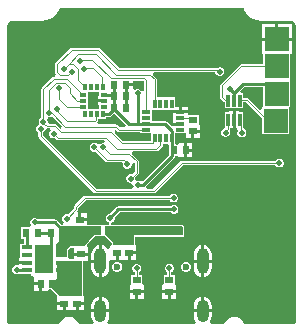
<source format=gbl>
G04*
G04 #@! TF.GenerationSoftware,Altium Limited,Altium Designer,22.10.1 (41)*
G04*
G04 Layer_Physical_Order=4*
G04 Layer_Color=16711680*
%FSLAX44Y44*%
%MOMM*%
G71*
G04*
G04 #@! TF.SameCoordinates,4435170C-8FAF-4430-8920-974BABAA59A2*
G04*
G04*
G04 #@! TF.FilePolarity,Positive*
G04*
G01*
G75*
%ADD12C,0.2500*%
%ADD19R,0.3000X0.9900*%
%ADD21R,0.7000X0.6000*%
%ADD22R,0.6000X0.7000*%
%ADD53R,2.0000X2.0000*%
%ADD61C,0.1250*%
%ADD62C,0.1100*%
%ADD66C,0.6000*%
%ADD67O,1.0000X2.2000*%
%ADD68O,1.0000X1.9000*%
%ADD69C,0.5000*%
%ADD73R,0.3000X0.8000*%
%ADD74R,0.8000X0.3000*%
%ADD75R,1.6500X2.4500*%
%ADD76R,0.8500X0.3500*%
%ADD77R,0.6000X0.3000*%
%ADD78R,0.3000X0.6000*%
G36*
X928343Y844136D02*
X929759Y841487D01*
X931664Y839164D01*
X933987Y837259D01*
X936636Y835843D01*
X939510Y834971D01*
X942500Y834676D01*
Y834696D01*
X967500D01*
X967544Y834705D01*
X969304Y834355D01*
X970833Y833333D01*
X971855Y831804D01*
X972205Y830044D01*
X972196Y830000D01*
Y580000D01*
X972165D01*
X972000Y579172D01*
X971531Y578469D01*
X970828Y578000D01*
X970000Y577835D01*
Y577804D01*
X928310D01*
X927643Y579413D01*
X926241Y581241D01*
X924413Y582643D01*
X922284Y583525D01*
X920000Y583825D01*
X920000Y583825D01*
X917716Y583525D01*
X915587Y582643D01*
X913759Y581241D01*
X912357Y579413D01*
X911691Y577804D01*
X900039D01*
X899150Y579804D01*
X899836Y580698D01*
X900596Y582532D01*
X900855Y584500D01*
Y587730D01*
X893250D01*
X885645D01*
Y584500D01*
X885904Y582532D01*
X886664Y580698D01*
X887349Y579804D01*
X886461Y577804D01*
X813539D01*
X812651Y579804D01*
X813336Y580698D01*
X814096Y582532D01*
X814355Y584500D01*
Y587730D01*
X806750D01*
X799145D01*
Y584500D01*
X799404Y582532D01*
X800164Y580698D01*
X800850Y579804D01*
X799961Y577804D01*
X788309D01*
X787643Y579413D01*
X786241Y581241D01*
X784413Y582643D01*
X782284Y583525D01*
X780000Y583825D01*
X777716Y583525D01*
X775587Y582643D01*
X773759Y581241D01*
X772357Y579413D01*
X771690Y577804D01*
X730000Y577804D01*
Y577835D01*
X729172Y578000D01*
X728469Y578469D01*
X728000Y579172D01*
X727835Y580000D01*
X727804D01*
Y830000D01*
X727795Y830044D01*
X728145Y831804D01*
X729167Y833333D01*
X730696Y834355D01*
X732456Y834705D01*
X732500Y834696D01*
X757500D01*
Y834676D01*
X760490Y834971D01*
X763364Y835843D01*
X766013Y837259D01*
X768336Y839164D01*
X770241Y841487D01*
X771657Y844136D01*
X772071Y845500D01*
X927929D01*
X928343Y844136D01*
D02*
G37*
%LPC*%
G36*
X968540Y831540D02*
X957270D01*
Y820270D01*
X968540D01*
Y831540D01*
D02*
G37*
G36*
X954730D02*
X943460D01*
Y820270D01*
X954730D01*
Y831540D01*
D02*
G37*
G36*
X805000Y811912D02*
X782313D01*
X781581Y811766D01*
X780961Y811352D01*
X768556Y798947D01*
X768142Y798327D01*
X767996Y797595D01*
Y791092D01*
X768142Y790361D01*
X768556Y789741D01*
X768922Y789375D01*
X768093Y787375D01*
X767207D01*
X766475Y787229D01*
X765855Y786815D01*
X756867Y777827D01*
X756453Y777206D01*
X756307Y776475D01*
Y752281D01*
X756095Y752193D01*
X755040Y751138D01*
X754469Y749760D01*
Y748268D01*
X755040Y746889D01*
X755006Y746721D01*
X754001Y746304D01*
X752946Y745249D01*
X752375Y743871D01*
Y742379D01*
X752946Y741001D01*
X754001Y739946D01*
X754213Y739858D01*
Y736875D01*
X754359Y736143D01*
X754773Y735523D01*
X801195Y689101D01*
X801815Y688687D01*
X802547Y688541D01*
X852008D01*
X852739Y688687D01*
X853360Y689101D01*
X876523Y712265D01*
X954724D01*
X954812Y712052D01*
X955867Y710997D01*
X957245Y710426D01*
X958737D01*
X960116Y710997D01*
X961171Y712052D01*
X961741Y713430D01*
Y714922D01*
X961171Y716301D01*
X960116Y717355D01*
X958737Y717926D01*
X957245D01*
X955867Y717355D01*
X954812Y716301D01*
X954724Y716088D01*
X875731D01*
X874999Y715943D01*
X874379Y715528D01*
X851216Y692365D01*
X846369D01*
X845540Y694365D01*
X869186Y718011D01*
X869739Y718838D01*
X869933Y719813D01*
X870370Y720250D01*
X871994D01*
X873460Y718960D01*
X874716Y718960D01*
X877730D01*
Y725000D01*
Y731040D01*
X873460D01*
X872071Y729817D01*
X870250Y730376D01*
Y739750D01*
X878960D01*
Y735460D01*
X883730D01*
Y741000D01*
X885000D01*
Y742270D01*
X891040D01*
Y746540D01*
X889750Y746750D01*
Y755250D01*
X881040D01*
Y756230D01*
X874500D01*
X867960D01*
Y753460D01*
X867960D01*
Y751540D01*
X867960D01*
Y746832D01*
X866112Y746067D01*
X862877Y749302D01*
X862050Y749855D01*
X861074Y750049D01*
X850750D01*
Y759250D01*
X867960D01*
Y758770D01*
X873230D01*
Y761540D01*
X870250D01*
Y769750D01*
X854412D01*
Y785000D01*
X854266Y785732D01*
X853852Y786352D01*
X851115Y789088D01*
X851944Y791088D01*
X904109D01*
Y790770D01*
X904680Y789392D01*
X905735Y788337D01*
X907113Y787766D01*
X908605D01*
X909984Y788337D01*
X911038Y789392D01*
X911609Y790770D01*
Y792262D01*
X911038Y793641D01*
X909984Y794695D01*
X908605Y795266D01*
X907113D01*
X905967Y794791D01*
X905361Y794912D01*
X822792D01*
X806352Y811352D01*
X805732Y811766D01*
X805000Y811912D01*
D02*
G37*
G36*
X881040Y761540D02*
X875770D01*
Y758770D01*
X881040D01*
Y761540D01*
D02*
G37*
G36*
X968540Y817730D02*
X956000D01*
X943460D01*
Y806460D01*
X944750D01*
Y797835D01*
X926072D01*
X925370Y797696D01*
X924775Y797298D01*
X908702Y781225D01*
X908305Y780630D01*
X908165Y779928D01*
Y769927D01*
X908305Y769225D01*
X908702Y768630D01*
X911197Y766135D01*
X911792Y765738D01*
X912250Y765646D01*
Y760850D01*
X927750D01*
Y765591D01*
X929966D01*
X942697Y752861D01*
X943292Y752463D01*
X943750Y752372D01*
Y738750D01*
X966250D01*
Y761250D01*
X967250Y761750D01*
Y784250D01*
X967250D01*
Y784750D01*
X967250D01*
Y806460D01*
X968540D01*
Y817730D01*
D02*
G37*
G36*
X918730Y758440D02*
X915960D01*
Y757150D01*
X912250D01*
Y744750D01*
X911086Y743232D01*
X910568Y743017D01*
X909513Y741963D01*
X908943Y740584D01*
Y739092D01*
X909513Y737714D01*
X910568Y736659D01*
X911947Y736088D01*
X913438D01*
X914817Y736659D01*
X915872Y737714D01*
X916443Y739092D01*
Y740584D01*
X916014Y741619D01*
X916298Y741903D01*
X916696Y742499D01*
X916835Y743201D01*
Y743460D01*
X918730D01*
Y750950D01*
Y758440D01*
D02*
G37*
G36*
X924040D02*
X921270D01*
Y750950D01*
Y743460D01*
X922106D01*
X922625Y742700D01*
X923122Y741460D01*
X922683Y740402D01*
Y738910D01*
X923254Y737532D01*
X924309Y736477D01*
X925687Y735906D01*
X927179D01*
X928558Y736477D01*
X929612Y737532D01*
X930183Y738910D01*
Y740402D01*
X929612Y741780D01*
X928558Y742835D01*
X928369Y742913D01*
X927750Y744750D01*
X927750Y744750D01*
X927750Y744750D01*
Y757150D01*
X924040D01*
Y758440D01*
D02*
G37*
G36*
X891040Y739730D02*
X886270D01*
Y735460D01*
X891040D01*
Y739730D01*
D02*
G37*
G36*
X880270Y731040D02*
Y726270D01*
X884540D01*
Y731040D01*
X880270D01*
D02*
G37*
G36*
X884540Y723730D02*
X880270D01*
Y718960D01*
X884540D01*
Y723730D01*
D02*
G37*
G36*
X869405Y688295D02*
X867913D01*
X866535Y687724D01*
X865480Y686669D01*
X865392Y686457D01*
X793725D01*
X792994Y686311D01*
X792373Y685897D01*
X784870Y678393D01*
X784455Y677773D01*
X784310Y677041D01*
Y676013D01*
X778958Y670662D01*
X778746Y670750D01*
X777254D01*
X775876Y670179D01*
X774821Y669124D01*
X774250Y667746D01*
Y666254D01*
X774821Y664876D01*
X775593Y664104D01*
X775247Y662633D01*
X774972Y662112D01*
X773602Y661951D01*
X769750Y665802D01*
X768923Y666355D01*
X767948Y666549D01*
X753754D01*
X753124Y667179D01*
X751746Y667750D01*
X750254D01*
X748876Y667179D01*
X747821Y666124D01*
X747250Y664746D01*
Y663254D01*
X747821Y661876D01*
X747947Y661750D01*
X747118Y659750D01*
X739750D01*
Y650250D01*
X741951D01*
Y645750D01*
X739000D01*
Y639750D01*
X739000D01*
Y639250D01*
X739000D01*
Y634040D01*
X737710D01*
Y631020D01*
X744500D01*
Y628480D01*
X737710D01*
Y628217D01*
X736606Y627479D01*
X735114D01*
X733736Y626908D01*
X732681Y625853D01*
X732110Y624475D01*
Y622983D01*
X732681Y621605D01*
X733736Y620550D01*
X735114Y619979D01*
X736606D01*
X737038Y620158D01*
X739000Y620250D01*
X739000Y620250D01*
X739000Y620250D01*
X748210D01*
Y618210D01*
X748530D01*
X750460Y618040D01*
X750460Y616210D01*
Y613270D01*
X756000D01*
Y612000D01*
X757270D01*
Y605960D01*
X761540D01*
X763006Y607250D01*
X764837D01*
X769668Y602419D01*
X769960Y600540D01*
X769960Y599284D01*
Y596270D01*
X776000D01*
Y595000D01*
X777270D01*
Y589460D01*
X785730D01*
Y595000D01*
X787000D01*
Y596270D01*
X793040D01*
Y599284D01*
X793040Y600540D01*
X792353Y602255D01*
X792353Y602540D01*
Y631460D01*
X796040D01*
Y635730D01*
X790000D01*
X783960D01*
Y632850D01*
X780835D01*
X780724Y632875D01*
X779353Y634573D01*
Y640440D01*
X781653Y642740D01*
X782043D01*
X783960Y642540D01*
Y638270D01*
X790000D01*
X796040D01*
Y642540D01*
X796040D01*
X795498Y644540D01*
X802104Y652134D01*
X807000D01*
X807280Y652250D01*
X808250Y652250D01*
X810429Y652250D01*
X816187Y646872D01*
X816187Y645032D01*
X814960Y643540D01*
X814960Y641881D01*
X812960Y641293D01*
X812128Y642378D01*
X810553Y643586D01*
X808718Y644346D01*
X808020Y644438D01*
Y631000D01*
Y617562D01*
X808718Y617654D01*
X810553Y618414D01*
X812128Y619622D01*
X813336Y621197D01*
X814096Y623032D01*
X814355Y625000D01*
Y630711D01*
X814960Y632460D01*
X816355Y632460D01*
X819730D01*
Y638000D01*
X822270D01*
Y632460D01*
X829730D01*
Y638000D01*
X831000D01*
Y639270D01*
X837040D01*
Y642284D01*
X837040Y643540D01*
X836353Y645255D01*
X836353Y645540D01*
Y651552D01*
X876424D01*
X876894Y651747D01*
X877367Y651935D01*
X877371Y651945D01*
X877381Y651949D01*
X877576Y652418D01*
X877777Y652886D01*
X877874Y659516D01*
X877872Y659520D01*
X877874Y659525D01*
X877681Y660001D01*
X877492Y660478D01*
X877487Y660480D01*
X877485Y660485D01*
X876593Y661390D01*
X876589Y661392D01*
X876587Y661397D01*
X876112Y661593D01*
X875640Y661793D01*
X875635Y661791D01*
X875630Y661793D01*
X815850D01*
X815746Y663750D01*
X816154Y663919D01*
X817124Y664321D01*
X818179Y665376D01*
X818750Y666754D01*
Y668149D01*
X823052Y672451D01*
X866246D01*
X866876Y671821D01*
X868254Y671250D01*
X869746D01*
X871124Y671821D01*
X872179Y672876D01*
X872750Y674254D01*
Y675746D01*
X872179Y677124D01*
X871124Y678179D01*
X869746Y678750D01*
X868254D01*
X866876Y678179D01*
X866246Y677549D01*
X821997D01*
X821021Y677355D01*
X820194Y676802D01*
X814642Y671250D01*
X814254D01*
X812876Y670679D01*
X811821Y669624D01*
X811250Y668246D01*
Y666754D01*
X811821Y665376D01*
X812876Y664321D01*
X813846Y663919D01*
X814254Y663750D01*
X814150Y661793D01*
X811000D01*
X810897Y661750D01*
X809750Y661750D01*
X808250D01*
X807750Y661750D01*
X807134D01*
X807000Y661805D01*
X795040D01*
Y664730D01*
X789000D01*
Y666000D01*
X787730D01*
Y671846D01*
X787091Y673388D01*
X787573Y673870D01*
X787988Y674490D01*
X788133Y675221D01*
Y676249D01*
X794517Y682633D01*
X865392D01*
X865480Y682421D01*
X866535Y681366D01*
X867913Y680795D01*
X869405D01*
X870783Y681366D01*
X871838Y682421D01*
X872409Y683799D01*
Y685291D01*
X871838Y686669D01*
X870783Y687724D01*
X869405Y688295D01*
D02*
G37*
G36*
X795040Y671540D02*
X790270D01*
Y667270D01*
X795040D01*
Y671540D01*
D02*
G37*
G36*
X837040Y636730D02*
X832270D01*
Y632460D01*
X837040D01*
Y636730D01*
D02*
G37*
G36*
X894520Y644438D02*
Y632270D01*
X900855D01*
Y637000D01*
X900596Y638968D01*
X899836Y640803D01*
X898628Y642378D01*
X897053Y643586D01*
X895218Y644346D01*
X894520Y644438D01*
D02*
G37*
G36*
X891980Y644438D02*
X891282Y644346D01*
X889447Y643586D01*
X887872Y642378D01*
X886664Y640803D01*
X885904Y638968D01*
X885645Y637000D01*
Y632270D01*
X891980D01*
Y644438D01*
D02*
G37*
G36*
X805480D02*
X804782Y644346D01*
X802947Y643586D01*
X801372Y642378D01*
X800164Y640803D01*
X799404Y638968D01*
X799145Y637000D01*
Y632270D01*
X805480D01*
Y644438D01*
D02*
G37*
G36*
X879845Y630250D02*
X878155D01*
X876593Y629603D01*
X875397Y628407D01*
X874750Y626845D01*
Y625155D01*
X875397Y623593D01*
X876593Y622397D01*
X878155Y621750D01*
X879845D01*
X881407Y622397D01*
X882603Y623593D01*
X883250Y625155D01*
Y626845D01*
X882603Y628407D01*
X881407Y629603D01*
X879845Y630250D01*
D02*
G37*
G36*
X821845D02*
X820155D01*
X818593Y629603D01*
X817397Y628407D01*
X816750Y626845D01*
Y625155D01*
X817397Y623593D01*
X818593Y622397D01*
X820155Y621750D01*
X821845D01*
X823407Y622397D01*
X824603Y623593D01*
X825250Y625155D01*
Y626845D01*
X824603Y628407D01*
X823407Y629603D01*
X821845Y630250D01*
D02*
G37*
G36*
X900855Y629730D02*
X894520D01*
Y617562D01*
X895218Y617654D01*
X897053Y618414D01*
X898628Y619622D01*
X899836Y621197D01*
X900596Y623032D01*
X900855Y625000D01*
Y629730D01*
D02*
G37*
G36*
X891980D02*
X885645D01*
Y625000D01*
X885904Y623032D01*
X886664Y621197D01*
X887872Y619622D01*
X889447Y618414D01*
X891282Y617654D01*
X891980Y617562D01*
Y629730D01*
D02*
G37*
G36*
X805480D02*
X799145D01*
Y625000D01*
X799404Y623032D01*
X800164Y621197D01*
X801372Y619622D01*
X802947Y618414D01*
X804782Y617654D01*
X805480Y617562D01*
Y629730D01*
D02*
G37*
G36*
X865739Y628867D02*
X864247D01*
X862869Y628296D01*
X861814Y627241D01*
X861243Y625863D01*
Y624371D01*
X861814Y622993D01*
X862869Y621938D01*
X863158Y621818D01*
Y619250D01*
X860250D01*
Y612006D01*
X858960Y610540D01*
X858960Y609284D01*
Y606270D01*
X865000D01*
X871040D01*
Y610540D01*
X869750Y612006D01*
Y619250D01*
X866828D01*
Y621818D01*
X867117Y621938D01*
X868172Y622993D01*
X868743Y624371D01*
Y625863D01*
X868172Y627241D01*
X867117Y628296D01*
X865739Y628867D01*
D02*
G37*
G36*
X838246Y628750D02*
X836754D01*
X835376Y628179D01*
X834321Y627124D01*
X833750Y625746D01*
Y624254D01*
X834321Y622876D01*
X835376Y621821D01*
X835665Y621701D01*
Y619250D01*
X832750D01*
Y612006D01*
X831460Y610540D01*
X831460Y609284D01*
Y606270D01*
X837500D01*
X843540D01*
Y610540D01*
X842250Y612006D01*
Y619250D01*
X839335D01*
Y621701D01*
X839624Y621821D01*
X840679Y622876D01*
X841250Y624254D01*
Y625746D01*
X840679Y627124D01*
X839624Y628179D01*
X838246Y628750D01*
D02*
G37*
G36*
X754730Y610730D02*
X750460D01*
Y605960D01*
X754730D01*
Y610730D01*
D02*
G37*
G36*
X871040Y603730D02*
X866270D01*
Y599460D01*
X871040D01*
Y603730D01*
D02*
G37*
G36*
X863730D02*
X858960D01*
Y599460D01*
X863730D01*
Y603730D01*
D02*
G37*
G36*
X843540Y603730D02*
X838770D01*
Y599460D01*
X843540D01*
Y603730D01*
D02*
G37*
G36*
X836230D02*
X831460D01*
Y599460D01*
X836230D01*
Y603730D01*
D02*
G37*
G36*
X894520Y600938D02*
Y590270D01*
X900855D01*
Y593500D01*
X900596Y595468D01*
X899836Y597303D01*
X898628Y598878D01*
X897053Y600086D01*
X895218Y600846D01*
X894520Y600938D01*
D02*
G37*
G36*
X808020D02*
Y590270D01*
X814355D01*
Y593500D01*
X814096Y595468D01*
X813336Y597303D01*
X812128Y598878D01*
X810553Y600086D01*
X808718Y600846D01*
X808020Y600938D01*
D02*
G37*
G36*
X891980Y600938D02*
X891282Y600846D01*
X889447Y600086D01*
X887872Y598878D01*
X886664Y597303D01*
X885904Y595468D01*
X885645Y593500D01*
Y590270D01*
X891980D01*
Y600938D01*
D02*
G37*
G36*
X805480D02*
X804782Y600846D01*
X802947Y600086D01*
X801372Y598878D01*
X800164Y597303D01*
X799404Y595468D01*
X799145Y593500D01*
Y590270D01*
X805480D01*
Y600938D01*
D02*
G37*
G36*
X793040Y593730D02*
X788270D01*
Y589460D01*
X793040D01*
Y593730D01*
D02*
G37*
G36*
X774730Y593730D02*
X769960D01*
Y589460D01*
X774730D01*
Y593730D01*
D02*
G37*
%LPD*%
G36*
X843588Y783476D02*
Y775280D01*
X841588Y774883D01*
X841429Y775267D01*
X840374Y776322D01*
X838996Y776893D01*
X837504D01*
X836126Y776322D01*
X836040Y776236D01*
X834040Y777064D01*
Y779230D01*
X828500D01*
Y781770D01*
X834040D01*
Y783963D01*
X843101D01*
X843588Y783476D01*
D02*
G37*
G36*
X805750Y771040D02*
X804460D01*
Y768270D01*
X810000D01*
Y765730D01*
X804460D01*
Y762960D01*
X805750D01*
Y759750D01*
X796250D01*
Y764250D01*
Y769250D01*
Y774250D01*
X805750D01*
Y771040D01*
D02*
G37*
G36*
X828483Y746412D02*
X827655Y744412D01*
X823167D01*
X821227Y746352D01*
X820607Y746766D01*
X819875Y746912D01*
X805047D01*
X804218Y748912D01*
X804352Y749045D01*
X804766Y749665D01*
X804912Y750397D01*
Y751250D01*
X811250D01*
Y752951D01*
X814000D01*
X814975Y753145D01*
X815802Y753698D01*
X817855Y755750D01*
X819145D01*
X828483Y746412D01*
D02*
G37*
G36*
X774021Y745335D02*
X773476Y743051D01*
X773464Y743047D01*
X772998Y743143D01*
X769461Y746680D01*
X768841Y747094D01*
X768109Y747240D01*
X763708D01*
X761969Y748268D01*
Y749760D01*
X761420Y751086D01*
X761532Y751336D01*
X762389Y752608D01*
X762568Y752796D01*
X764008D01*
X765386Y753367D01*
X765687Y753669D01*
X774021Y745335D01*
D02*
G37*
G36*
X820077Y742094D02*
X821023Y741148D01*
X821643Y740734D01*
X822375Y740588D01*
X840250D01*
Y739750D01*
X849750D01*
Y734810D01*
X849713Y734625D01*
Y732912D01*
X825792D01*
X818817Y739886D01*
X819192Y742029D01*
X819354Y742178D01*
X820077Y742094D01*
D02*
G37*
G36*
X764450Y741416D02*
X763907Y740874D01*
X763337Y739496D01*
Y738004D01*
X763907Y736626D01*
X764962Y735571D01*
X766341Y735000D01*
X767833D01*
X768161Y735136D01*
X769096Y734200D01*
X769717Y733786D01*
X770448Y733640D01*
X809970D01*
X810335Y733106D01*
X810170Y732610D01*
X809174Y731259D01*
X808230D01*
X806852Y730688D01*
X806430Y730265D01*
X805024Y729918D01*
X803920Y730327D01*
X803411Y730835D01*
X802033Y731406D01*
X800541D01*
X799163Y730835D01*
X798108Y729781D01*
X797537Y728402D01*
Y726910D01*
X798108Y725532D01*
X799163Y724477D01*
X800541Y723906D01*
X802033D01*
X802087Y723929D01*
X810569Y715446D01*
X811189Y715032D01*
X811921Y714886D01*
X823870D01*
X825621Y713887D01*
Y712395D01*
X826192Y711017D01*
X827247Y709962D01*
X828625Y709391D01*
X830117D01*
X831495Y709962D01*
X832550Y711017D01*
X833121Y712395D01*
Y713460D01*
X834214Y714300D01*
X834969Y714585D01*
X835588Y714132D01*
Y706792D01*
X833458Y704662D01*
X833246Y704750D01*
X831754D01*
X830376Y704179D01*
X829321Y703124D01*
X828750Y701746D01*
Y700254D01*
X829321Y698876D01*
X830376Y697821D01*
X831754Y697250D01*
X832903D01*
X833653Y696778D01*
X834620Y695654D01*
Y694676D01*
X834749Y694365D01*
X833511Y692365D01*
X803339D01*
X758037Y737667D01*
Y739858D01*
X758249Y739946D01*
X759304Y741001D01*
X759672Y741888D01*
X760057Y742498D01*
X761460Y743416D01*
X763725D01*
X764450Y741416D01*
D02*
G37*
G36*
X864750Y729750D02*
Y720784D01*
X842776Y698811D01*
X840494Y698601D01*
X839116Y699172D01*
X837967D01*
X837217Y699644D01*
X836250Y700768D01*
Y701746D01*
X836162Y701958D01*
X838852Y704648D01*
X839266Y705268D01*
X839412Y706000D01*
Y715500D01*
X839266Y716232D01*
X838852Y716852D01*
X833625Y722078D01*
X834454Y724078D01*
X853990D01*
X854721Y724224D01*
X855342Y724638D01*
X858852Y728148D01*
X859266Y728768D01*
X859412Y729500D01*
Y730250D01*
X862957D01*
X864750Y729750D01*
D02*
G37*
G36*
X944750Y761750D02*
X943750Y761250D01*
Y759611D01*
X941902Y758846D01*
X932024Y768724D01*
X931429Y769122D01*
X930726Y769261D01*
X927750D01*
Y773250D01*
X925580D01*
X924815Y775098D01*
X928130Y778413D01*
X944750D01*
Y761750D01*
D02*
G37*
G36*
X876521Y659535D02*
X876424Y652905D01*
X835000D01*
Y645000D01*
X817540D01*
Y647460D01*
X811000Y653568D01*
Y660440D01*
X875630D01*
X876521Y659535D01*
D02*
G37*
G36*
X807000Y653487D02*
X801487D01*
X793316Y644093D01*
X781093D01*
X778000Y641000D01*
Y634573D01*
X769294D01*
Y645294D01*
X772000Y648000D01*
Y660452D01*
X807000D01*
Y653487D01*
D02*
G37*
G36*
X791000Y602000D02*
X772000D01*
X765000Y609000D01*
Y615000D01*
X768402D01*
X770000Y616598D01*
X770000Y624000D01*
Y631497D01*
X791000D01*
Y602000D01*
D02*
G37*
D12*
X765000Y643000D02*
Y655000D01*
X764000Y642000D02*
X765000Y643000D01*
X754000Y655000D02*
X765000D01*
X865000Y750000D02*
X867500Y747500D01*
X874500D01*
X828500Y770500D02*
Y780500D01*
Y760500D02*
Y770500D01*
X815000Y668003D02*
X821997Y675000D01*
X815000Y667500D02*
Y668003D01*
X821997Y675000D02*
X869000D01*
X814000Y755500D02*
X818500Y760000D01*
Y760500D02*
Y770500D01*
X808500Y755500D02*
X814000D01*
X867517Y727983D02*
X870000Y725500D01*
X867517Y727983D02*
Y735483D01*
X818500Y760000D02*
Y760500D01*
X773250Y656750D02*
X775000Y655000D01*
X767948Y664000D02*
X773250Y658698D01*
X751000Y664000D02*
X767948D01*
X773250Y656750D02*
Y658698D01*
X867385Y735614D02*
X867447Y735553D01*
X867385Y735614D02*
Y741189D01*
X861074Y747500D02*
X867385Y741189D01*
X845500Y747500D02*
X861074D01*
X916803Y777000D02*
X919958Y773845D01*
X916000Y777000D02*
X916803D01*
X838250Y747500D02*
X845500D01*
X831000D02*
X838250D01*
Y773143D01*
X919958Y773845D02*
X927074Y780962D01*
X919958Y767092D02*
X920000Y767050D01*
X919958Y767092D02*
Y773845D01*
X927074Y780962D02*
X948038D01*
X956000Y773000D01*
X810250Y771750D02*
X817250D01*
X818500Y770500D01*
X810000Y772000D02*
X810250Y771750D01*
X818500Y770500D02*
Y780500D01*
Y760000D02*
X831000Y747500D01*
X842993Y695422D02*
X867384Y719813D01*
X838370Y695422D02*
X842993D01*
X867384Y723384D02*
X869000Y725000D01*
X867384Y719813D02*
Y723384D01*
X744260Y623490D02*
X744500Y623250D01*
X735860Y623729D02*
X736099Y623490D01*
X744260D01*
X744500Y642750D02*
Y654500D01*
X744000Y655000D02*
X744500Y654500D01*
D19*
X925000Y750950D02*
D03*
X920000D02*
D03*
X915000D02*
D03*
Y767050D02*
D03*
X920000D02*
D03*
X925000D02*
D03*
D21*
X821000Y638000D02*
D03*
Y648000D02*
D03*
X776000Y595000D02*
D03*
Y605000D02*
D03*
X787000Y595000D02*
D03*
Y605000D02*
D03*
X885000Y741000D02*
D03*
Y751000D02*
D03*
X790000Y647000D02*
D03*
Y637000D02*
D03*
X789000Y656000D02*
D03*
Y666000D02*
D03*
X831000Y648000D02*
D03*
Y638000D02*
D03*
X865000Y605000D02*
D03*
Y615000D02*
D03*
X837500Y605000D02*
D03*
Y615000D02*
D03*
D22*
X744000Y655000D02*
D03*
X754000D02*
D03*
X818500Y760500D02*
D03*
X828500D02*
D03*
X818500Y780500D02*
D03*
X828500D02*
D03*
X818500Y770500D02*
D03*
X828500D02*
D03*
X869000Y725000D02*
D03*
X879000D02*
D03*
X766000Y612000D02*
D03*
X756000D02*
D03*
X775000Y655000D02*
D03*
X765000D02*
D03*
X804000Y657000D02*
D03*
X814000D02*
D03*
D53*
X956000Y819000D02*
D03*
X956000Y796000D02*
D03*
Y773000D02*
D03*
X955000Y750000D02*
D03*
D61*
X875731Y714176D02*
X957991D01*
X802547Y690453D02*
X852008D01*
X875731Y714176D01*
X843893Y785875D02*
X845500Y784268D01*
Y757500D02*
Y784268D01*
X799687Y801457D02*
X815269Y785875D01*
X843893D01*
X848484Y789016D02*
X852500Y785000D01*
X819984Y789016D02*
X848484D01*
X852500Y764500D02*
Y785000D01*
X819875Y745000D02*
X822375Y742500D01*
X845500D01*
X765797Y756263D02*
X777059Y745000D01*
X819875D01*
X789085Y800756D02*
X789786Y801457D01*
X799687D01*
X792806Y793777D02*
X793487Y794458D01*
X800151D01*
X779557Y788742D02*
X782058Y791243D01*
X783416Y797897D02*
X787500Y793813D01*
X782058Y791243D02*
X782783D01*
X787500Y784500D02*
Y793813D01*
Y784500D02*
X793500Y778500D01*
X800151Y794458D02*
X807750Y786858D01*
X772258Y788742D02*
X779557D01*
X779683Y797897D02*
X783416D01*
X779683D02*
X787916Y806130D01*
X802870D01*
X778000Y667000D02*
X786221Y675221D01*
Y677041D02*
X793725Y684545D01*
X786221Y675221D02*
Y677041D01*
X793725Y684545D02*
X868659D01*
X822000Y793000D02*
X905361D01*
X805000Y810000D02*
X822000Y793000D01*
X782313Y810000D02*
X805000D01*
X906845Y791516D02*
X907859D01*
X905361Y793000D02*
X906845Y791516D01*
X802870Y806130D02*
X819984Y789016D01*
X769908Y797595D02*
X782313Y810000D01*
X756125Y736875D02*
X802547Y690453D01*
X832500Y701000D02*
X837500Y706000D01*
Y715500D01*
X756125Y736875D02*
Y743125D01*
X767250Y738750D02*
X770448Y735552D01*
X767087Y738750D02*
X767250D01*
X770448Y735552D02*
X811448D01*
X821010Y725990D01*
X768109Y745328D02*
X773380Y740057D01*
X831000Y722000D02*
X837500Y715500D01*
X773380Y740057D02*
X815943D01*
X808976Y727509D02*
X814485Y722000D01*
X815943Y740057D02*
X825000Y731000D01*
X814485Y722000D02*
X831000D01*
X769908Y791092D02*
Y797595D01*
Y791092D02*
X772258Y788742D01*
X775885Y794099D02*
X779683Y797897D01*
X778468Y785463D02*
X789640Y774291D01*
X767207Y785463D02*
X778468D01*
X758219Y776475D02*
X767207Y785463D01*
X762828Y775751D02*
X769341Y782264D01*
X776736D01*
X781131Y777869D01*
X758219Y747555D02*
Y776475D01*
X762828Y756980D02*
Y775751D01*
X771740Y768473D02*
Y777500D01*
X761460Y745328D02*
X768109D01*
X763546Y756263D02*
X765797D01*
X762828Y756980D02*
X763546Y756263D01*
X883500Y752500D02*
X885000Y751000D01*
X874500Y752500D02*
X883500D01*
X807750Y779250D02*
Y786858D01*
Y779250D02*
X808500Y778500D01*
X781131Y773105D02*
Y777869D01*
X789640Y772875D02*
X790515Y772000D01*
X789640Y772875D02*
Y774291D01*
X790515Y772000D02*
X791931D01*
X781131Y773105D02*
X787266Y766971D01*
X791971D01*
X771740Y768473D02*
X778213Y762000D01*
X792000D01*
X778398Y749665D02*
X802268D01*
X770941Y757121D02*
Y759137D01*
X770223Y759855D02*
X770941Y759137D01*
Y757121D02*
X778398Y749665D01*
X803000Y755000D02*
X803500Y755500D01*
X802268Y749665D02*
X803000Y750397D01*
Y755000D01*
X759234Y747555D02*
X761460Y745328D01*
X758219Y747555D02*
X759234D01*
X857500Y729500D02*
Y735500D01*
X853990Y725990D02*
X857500Y729500D01*
X821010Y725990D02*
X853990D01*
X851625Y734625D02*
X852500Y735500D01*
X851625Y731732D02*
Y734625D01*
X825000Y731000D02*
X850893D01*
X851625Y731732D01*
X801287Y727432D02*
Y727656D01*
Y727432D02*
X811921Y716798D01*
X826369D02*
X829371Y713796D01*
Y713141D02*
Y713796D01*
X811921Y716798D02*
X826369D01*
D62*
X950842Y754158D02*
X955000Y750000D01*
X930726Y767426D02*
X943994Y754158D01*
X950842D01*
X925376Y767426D02*
X930726D01*
X915000Y743201D02*
Y750950D01*
X912693Y740894D02*
X915000Y743201D01*
X912693Y739838D02*
Y740894D01*
X925000Y750950D02*
X925717Y750233D01*
Y740373D02*
X926433Y739656D01*
X925717Y740373D02*
Y750233D01*
X910000Y779928D02*
X926072Y796000D01*
X910000Y769927D02*
X912494Y767433D01*
X910000Y769927D02*
Y779928D01*
X926072Y796000D02*
X956000D01*
X912494Y767433D02*
X914617D01*
X915000Y767050D01*
X925000D02*
X925376Y767426D01*
X864993Y615007D02*
Y625117D01*
Y615007D02*
X865000Y615000D01*
X837500D02*
Y625000D01*
D66*
X879000Y626000D02*
D03*
X821000D02*
D03*
D67*
X806750Y631000D02*
D03*
X893250D02*
D03*
D68*
Y589000D02*
D03*
X806750D02*
D03*
D69*
X930342Y704750D02*
D03*
X950342Y679750D02*
D03*
X950000Y667500D02*
D03*
X927882Y729270D02*
D03*
X950342Y729750D02*
D03*
Y699750D02*
D03*
Y689750D02*
D03*
X940342Y697250D02*
D03*
X880342Y707250D02*
D03*
X905342D02*
D03*
X892842Y662250D02*
D03*
X910342D02*
D03*
Y649750D02*
D03*
Y637250D02*
D03*
Y624750D02*
D03*
X962842Y637250D02*
D03*
Y647250D02*
D03*
X949832Y650642D02*
D03*
X950015Y634897D02*
D03*
X950381Y617869D02*
D03*
X936649Y605786D02*
D03*
X965000Y585000D02*
D03*
X945000D02*
D03*
X832500Y680000D02*
D03*
X932798Y772177D02*
D03*
X902842Y807250D02*
D03*
X880342D02*
D03*
X857842D02*
D03*
X902842Y822250D02*
D03*
X880342D02*
D03*
X857500Y822500D02*
D03*
X925000Y837500D02*
D03*
X902500D02*
D03*
X880000D02*
D03*
X857500D02*
D03*
X835342Y837250D02*
D03*
X869720Y586750D02*
D03*
X827842Y587250D02*
D03*
X895342Y609750D02*
D03*
X880342D02*
D03*
X850000Y610000D02*
D03*
X815000D02*
D03*
X797842Y609750D02*
D03*
X747842Y584750D02*
D03*
X735000Y585000D02*
D03*
Y595000D02*
D03*
X732500Y647500D02*
D03*
Y662500D02*
D03*
Y677500D02*
D03*
X740000Y690000D02*
D03*
Y710000D02*
D03*
Y730000D02*
D03*
Y750000D02*
D03*
Y770000D02*
D03*
X750000Y780000D02*
D03*
X740000Y790000D02*
D03*
X750000Y800000D02*
D03*
Y820000D02*
D03*
X740000Y810000D02*
D03*
X760000Y830000D02*
D03*
X780771Y833127D02*
D03*
X793271Y840627D02*
D03*
X795000Y832500D02*
D03*
X740000Y830000D02*
D03*
X743271Y665627D02*
D03*
X829778Y735393D02*
D03*
X932500Y757500D02*
D03*
X892500Y675000D02*
D03*
Y685000D02*
D03*
Y695000D02*
D03*
X902500Y720000D02*
D03*
X887500D02*
D03*
X867500Y712500D02*
D03*
X862500Y707500D02*
D03*
X841153Y719143D02*
D03*
X787500Y692500D02*
D03*
X766153Y711643D02*
D03*
X837500Y780000D02*
D03*
X802500Y667500D02*
D03*
X815000D02*
D03*
X822500D02*
D03*
X893653Y759143D02*
D03*
X818698Y752231D02*
D03*
X812652Y749848D02*
D03*
X801153Y764143D02*
D03*
X801000Y771886D02*
D03*
X780000Y692500D02*
D03*
X840000Y665000D02*
D03*
X789085Y800756D02*
D03*
X792806Y793777D02*
D03*
X782783Y791243D02*
D03*
X812816Y815543D02*
D03*
Y823043D02*
D03*
X771250Y805750D02*
D03*
X782750Y843000D02*
D03*
X874000Y665000D02*
D03*
X844000Y623000D02*
D03*
X770771Y668127D02*
D03*
X751000Y664000D02*
D03*
X778000Y667000D02*
D03*
X912693Y739838D02*
D03*
X926433Y739656D02*
D03*
X919809Y740812D02*
D03*
X760837Y738750D02*
D03*
X841000Y702000D02*
D03*
X916000Y777000D02*
D03*
X838250Y773143D02*
D03*
X954000Y708000D02*
D03*
X908331Y798389D02*
D03*
X838370Y695422D02*
D03*
X832500Y701000D02*
D03*
X767087Y738750D02*
D03*
X957991Y714176D02*
D03*
X756125Y743125D02*
D03*
X758219Y749014D02*
D03*
X764331Y750389D02*
D03*
X763262Y756546D02*
D03*
X907859Y791516D02*
D03*
X775885Y794099D02*
D03*
X865000Y670000D02*
D03*
X874000Y656000D02*
D03*
X868659Y684545D02*
D03*
X869000Y675000D02*
D03*
X830000Y667500D02*
D03*
X826000Y656000D02*
D03*
X865000Y690000D02*
D03*
X764000Y624000D02*
D03*
X754000D02*
D03*
Y642000D02*
D03*
X764000D02*
D03*
X788000Y627000D02*
D03*
X782000D02*
D03*
X795000D02*
D03*
X734000Y630000D02*
D03*
X794916Y618525D02*
D03*
X735860Y623729D02*
D03*
X856000Y622000D02*
D03*
X771740Y777500D02*
D03*
X770223Y759855D02*
D03*
X801287Y727656D02*
D03*
X829371Y713141D02*
D03*
X808976Y727509D02*
D03*
X864993Y625117D02*
D03*
X837500Y625000D02*
D03*
D73*
X852500Y735500D02*
D03*
X857500D02*
D03*
X862500D02*
D03*
X867500D02*
D03*
Y764500D02*
D03*
X862500D02*
D03*
X857500D02*
D03*
X852500D02*
D03*
D74*
X874500Y742500D02*
D03*
Y747500D02*
D03*
Y752500D02*
D03*
Y757500D02*
D03*
X845500D02*
D03*
Y752500D02*
D03*
Y747500D02*
D03*
Y742500D02*
D03*
D75*
X759000Y633000D02*
D03*
D76*
X744500Y642750D02*
D03*
Y636250D02*
D03*
Y629750D02*
D03*
Y623250D02*
D03*
X773500D02*
D03*
Y629750D02*
D03*
Y636250D02*
D03*
Y642750D02*
D03*
D77*
X792000Y772000D02*
D03*
Y767000D02*
D03*
Y762000D02*
D03*
X810000D02*
D03*
Y767000D02*
D03*
Y772000D02*
D03*
D78*
X793500Y755500D02*
D03*
X798500D02*
D03*
X803500D02*
D03*
X808500D02*
D03*
Y778500D02*
D03*
X803500D02*
D03*
X798500D02*
D03*
X793500D02*
D03*
M02*

</source>
